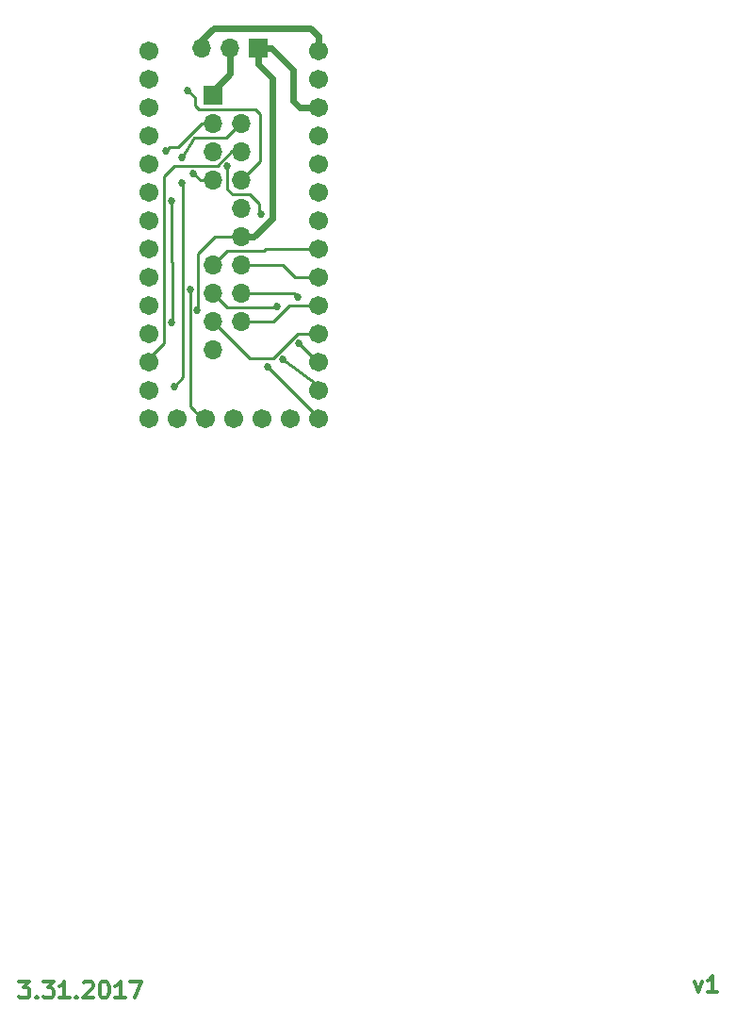
<source format=gtl>
G04 #@! TF.FileFunction,Copper,L1,Top,Signal*
%FSLAX46Y46*%
G04 Gerber Fmt 4.6, Leading zero omitted, Abs format (unit mm)*
G04 Created by KiCad (PCBNEW 4.0.6) date 04/01/17 00:44:48*
%MOMM*%
%LPD*%
G01*
G04 APERTURE LIST*
%ADD10C,0.100000*%
%ADD11C,0.300000*%
%ADD12R,1.700000X1.700000*%
%ADD13O,1.700000X1.700000*%
%ADD14C,1.701800*%
%ADD15C,0.685800*%
%ADD16C,0.254000*%
%ADD17C,0.609600*%
G04 APERTURE END LIST*
D10*
D11*
X105053572Y-115578571D02*
X105410715Y-116578571D01*
X105767857Y-115578571D01*
X107125000Y-116578571D02*
X106267857Y-116578571D01*
X106696429Y-116578571D02*
X106696429Y-115078571D01*
X106553572Y-115292857D01*
X106410714Y-115435714D01*
X106267857Y-115507143D01*
X44400002Y-115578571D02*
X45328573Y-115578571D01*
X44828573Y-116150000D01*
X45042859Y-116150000D01*
X45185716Y-116221429D01*
X45257145Y-116292857D01*
X45328573Y-116435714D01*
X45328573Y-116792857D01*
X45257145Y-116935714D01*
X45185716Y-117007143D01*
X45042859Y-117078571D01*
X44614287Y-117078571D01*
X44471430Y-117007143D01*
X44400002Y-116935714D01*
X45971430Y-116935714D02*
X46042858Y-117007143D01*
X45971430Y-117078571D01*
X45900001Y-117007143D01*
X45971430Y-116935714D01*
X45971430Y-117078571D01*
X46542859Y-115578571D02*
X47471430Y-115578571D01*
X46971430Y-116150000D01*
X47185716Y-116150000D01*
X47328573Y-116221429D01*
X47400002Y-116292857D01*
X47471430Y-116435714D01*
X47471430Y-116792857D01*
X47400002Y-116935714D01*
X47328573Y-117007143D01*
X47185716Y-117078571D01*
X46757144Y-117078571D01*
X46614287Y-117007143D01*
X46542859Y-116935714D01*
X48900001Y-117078571D02*
X48042858Y-117078571D01*
X48471430Y-117078571D02*
X48471430Y-115578571D01*
X48328573Y-115792857D01*
X48185715Y-115935714D01*
X48042858Y-116007143D01*
X49542858Y-116935714D02*
X49614286Y-117007143D01*
X49542858Y-117078571D01*
X49471429Y-117007143D01*
X49542858Y-116935714D01*
X49542858Y-117078571D01*
X50185715Y-115721429D02*
X50257144Y-115650000D01*
X50400001Y-115578571D01*
X50757144Y-115578571D01*
X50900001Y-115650000D01*
X50971430Y-115721429D01*
X51042858Y-115864286D01*
X51042858Y-116007143D01*
X50971430Y-116221429D01*
X50114287Y-117078571D01*
X51042858Y-117078571D01*
X51971429Y-115578571D02*
X52114286Y-115578571D01*
X52257143Y-115650000D01*
X52328572Y-115721429D01*
X52400001Y-115864286D01*
X52471429Y-116150000D01*
X52471429Y-116507143D01*
X52400001Y-116792857D01*
X52328572Y-116935714D01*
X52257143Y-117007143D01*
X52114286Y-117078571D01*
X51971429Y-117078571D01*
X51828572Y-117007143D01*
X51757143Y-116935714D01*
X51685715Y-116792857D01*
X51614286Y-116507143D01*
X51614286Y-116150000D01*
X51685715Y-115864286D01*
X51757143Y-115721429D01*
X51828572Y-115650000D01*
X51971429Y-115578571D01*
X53900000Y-117078571D02*
X53042857Y-117078571D01*
X53471429Y-117078571D02*
X53471429Y-115578571D01*
X53328572Y-115792857D01*
X53185714Y-115935714D01*
X53042857Y-116007143D01*
X54400000Y-115578571D02*
X55400000Y-115578571D01*
X54757143Y-117078571D01*
D12*
X65875000Y-31775000D03*
D13*
X63335000Y-31775000D03*
X60795000Y-31775000D03*
D14*
X56020001Y-34575000D03*
X56020001Y-37115000D03*
X56020001Y-39655000D03*
X56020001Y-42195000D03*
X56020001Y-44735000D03*
X56020001Y-47275000D03*
X56020001Y-49815000D03*
X56020001Y-52355000D03*
X56020001Y-54895000D03*
X56020001Y-57435000D03*
X56020001Y-59975000D03*
X56020001Y-62515000D03*
X56020001Y-65055000D03*
X71260001Y-65055000D03*
X71260001Y-62515000D03*
X71260001Y-59975000D03*
X71260001Y-57435000D03*
X71260001Y-54895000D03*
X71260001Y-52355000D03*
X71260001Y-49815000D03*
X71260001Y-47275000D03*
X71260001Y-44735000D03*
X71260001Y-42195000D03*
X71260001Y-39655000D03*
X71260001Y-37115000D03*
X71260001Y-34575000D03*
X71260001Y-32035000D03*
X56020001Y-32035000D03*
X58560001Y-65055000D03*
X61100001Y-65055000D03*
X63640001Y-65055000D03*
X66180001Y-65055000D03*
X68720001Y-65055000D03*
D12*
X61800000Y-36025000D03*
D13*
X61800000Y-38565000D03*
X64340000Y-38565000D03*
X61800000Y-41105000D03*
X64340000Y-41105000D03*
X61800000Y-43645000D03*
X64340000Y-43645000D03*
X64340000Y-46185000D03*
X64340000Y-48725000D03*
X61800000Y-51265000D03*
X64340000Y-51265000D03*
X61800000Y-53805000D03*
X64340000Y-53805000D03*
X61800000Y-56345000D03*
X64340000Y-56345000D03*
X61800000Y-58885000D03*
D15*
X60400000Y-55300000D03*
X60050000Y-43050000D03*
X57600000Y-41050000D03*
X58050000Y-45500000D03*
X58100000Y-56450000D03*
X59750000Y-53450000D03*
X59000000Y-41650000D03*
X59050000Y-43900000D03*
X58300000Y-62150000D03*
X59550000Y-35600000D03*
X66700000Y-60400000D03*
X66150000Y-46700000D03*
X63050000Y-42400000D03*
X68050000Y-59750000D03*
X67550000Y-54950000D03*
X69500000Y-58300000D03*
X69400000Y-54100000D03*
D16*
X61975000Y-48725000D02*
X64340000Y-48725000D01*
X60450000Y-50250000D02*
X61975000Y-48725000D01*
X60450000Y-55250000D02*
X60450000Y-50250000D01*
X60400000Y-55300000D02*
X60450000Y-55250000D01*
D17*
X64340000Y-48725000D02*
X65475000Y-48725000D01*
X65875000Y-33250000D02*
X65875000Y-31775000D01*
X67125000Y-34500000D02*
X65875000Y-33250000D01*
X67125000Y-47075000D02*
X67125000Y-34500000D01*
X65475000Y-48725000D02*
X67125000Y-47075000D01*
X65875000Y-31775000D02*
X67100000Y-31775000D01*
X69615000Y-37115000D02*
X71260001Y-37115000D01*
X69025000Y-36525000D02*
X69615000Y-37115000D01*
X69025000Y-33700000D02*
X69025000Y-36525000D01*
X67100000Y-31775000D02*
X69025000Y-33700000D01*
X61800000Y-36025000D02*
X61800000Y-35650000D01*
X61800000Y-35650000D02*
X63335000Y-34115000D01*
X63335000Y-34115000D02*
X63335000Y-31775000D01*
X60795000Y-31775000D02*
X60795000Y-31055000D01*
X60795000Y-31055000D02*
X61875000Y-29975000D01*
X61875000Y-29975000D02*
X70550000Y-29975000D01*
X70550000Y-29975000D02*
X71260001Y-30685001D01*
X71260001Y-30685001D02*
X71260001Y-32035000D01*
D16*
X61800000Y-43645000D02*
X60695000Y-43645000D01*
X60050000Y-43050000D02*
X60695000Y-43645000D01*
X60785000Y-38565000D02*
X58650000Y-40700000D01*
X58650000Y-40700000D02*
X57950000Y-40700000D01*
X57950000Y-40700000D02*
X57600000Y-41050000D01*
X60785000Y-38565000D02*
X61800000Y-38565000D01*
X58150000Y-56400000D02*
X58050000Y-45500000D01*
X58100000Y-56450000D02*
X58150000Y-56400000D01*
X59750000Y-53450000D02*
X59750000Y-64000000D01*
X60000000Y-64250000D02*
X60805000Y-65055000D01*
X59750000Y-64000000D02*
X60000000Y-64250000D01*
X61100001Y-65055000D02*
X60805000Y-65055000D01*
X60150000Y-39850000D02*
X59000000Y-41650000D01*
X63000000Y-39850000D02*
X60150000Y-39850000D01*
X64285000Y-38565000D02*
X63000000Y-39850000D01*
X59100000Y-44150000D02*
X59050000Y-43900000D01*
X59100000Y-61350000D02*
X59100000Y-44150000D01*
X58300000Y-62150000D02*
X59100000Y-61350000D01*
X64340000Y-38565000D02*
X64285000Y-38565000D01*
X66075000Y-41910000D02*
X64340000Y-43645000D01*
X66075000Y-37725000D02*
X66075000Y-41910000D01*
X65650000Y-37300000D02*
X66075000Y-37725000D01*
X60500000Y-37300000D02*
X65650000Y-37300000D01*
X60175000Y-36975000D02*
X60500000Y-37300000D01*
X60175000Y-36225000D02*
X60175000Y-36975000D01*
X59550000Y-35600000D02*
X60175000Y-36225000D01*
X62050000Y-42400000D02*
X62200000Y-42350000D01*
X62200000Y-42350000D02*
X63495000Y-41055000D01*
X63495000Y-41055000D02*
X64340000Y-41105000D01*
X56020001Y-59975000D02*
X56020001Y-59629999D01*
X56020001Y-59629999D02*
X57400000Y-58250000D01*
X57400000Y-58250000D02*
X57400000Y-43300000D01*
X57400000Y-43300000D02*
X58300000Y-42400000D01*
X58300000Y-42400000D02*
X62050000Y-42400000D01*
X71260001Y-65055000D02*
X71260001Y-64960001D01*
X71260001Y-64960001D02*
X66700000Y-60400000D01*
X66150000Y-46700000D02*
X65950000Y-46500000D01*
X65950000Y-46500000D02*
X65950000Y-45800000D01*
X65950000Y-45800000D02*
X65100000Y-44950000D01*
X65100000Y-44950000D02*
X63550000Y-44950000D01*
X63550000Y-44950000D02*
X63050000Y-44450000D01*
X63050000Y-44450000D02*
X63050000Y-42400000D01*
X71260001Y-62515000D02*
X71260001Y-62060001D01*
X71260001Y-62060001D02*
X68050000Y-59750000D01*
X67550000Y-54950000D02*
X67450000Y-55050000D01*
X67450000Y-55050000D02*
X63045000Y-55050000D01*
X63045000Y-55050000D02*
X61800000Y-53805000D01*
X71260001Y-59975000D02*
X71175000Y-59975000D01*
X71175000Y-59975000D02*
X69500000Y-58300000D01*
X69400000Y-54100000D02*
X69105000Y-53805000D01*
X69105000Y-53805000D02*
X64340000Y-53805000D01*
X71260001Y-57435000D02*
X69465000Y-57435000D01*
X65105000Y-59650000D02*
X61800000Y-56345000D01*
X67250000Y-59650000D02*
X65105000Y-59650000D01*
X69465000Y-57435000D02*
X67250000Y-59650000D01*
X64340000Y-56345000D02*
X67205000Y-56345000D01*
X68655000Y-54895000D02*
X71260001Y-54895000D01*
X67205000Y-56345000D02*
X68655000Y-54895000D01*
X64340000Y-51265000D02*
X68115000Y-51265000D01*
X69205000Y-52355000D02*
X71260001Y-52355000D01*
X68115000Y-51265000D02*
X69205000Y-52355000D01*
X71260001Y-49815000D02*
X66560000Y-49815000D01*
X63065000Y-50000000D02*
X61800000Y-51265000D01*
X66375000Y-50000000D02*
X63065000Y-50000000D01*
X66560000Y-49815000D02*
X66375000Y-50000000D01*
M02*

</source>
